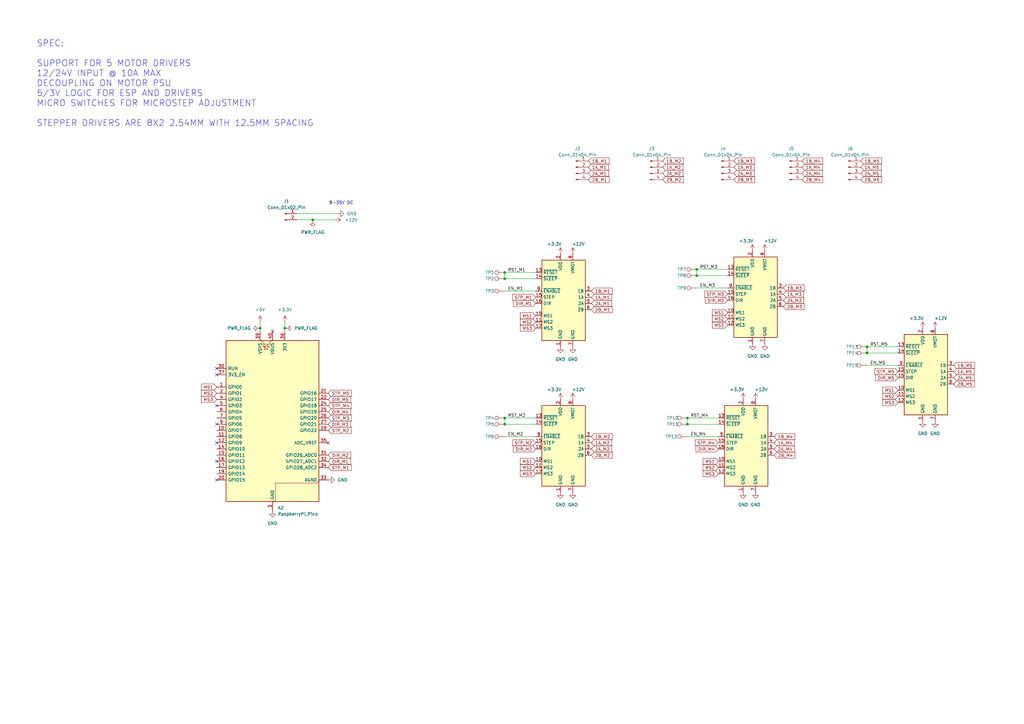
<source format=kicad_sch>
(kicad_sch (version 20250114) (generator "eeschema") (generator_version "9.0")
  (paper "A3")
  (lib_symbols
    (symbol "Connector:Conn_01x02_Pin" (pin_names (offset 1.016) (hide yes))
      (property "Reference" "J" (at 0 2.54 0))
      (property "Value" "Conn_01x02_Pin" (at 0 -5.08 0))
      (symbol "Conn_01x02_Pin_1_1"
        (rectangle (start 0.8636 0.127) (end 0 -0.127) (stroke (width 0.1524)) (fill (type outline)))
        (rectangle (start 0.8636 -2.413) (end 0 -2.667) (stroke (width 0.1524)) (fill (type outline)))
        (polyline (pts (xy 1.27 0) (xy 0.8636 0)) (stroke (width 0.1524)))
        (polyline (pts (xy 1.27 -2.54) (xy 0.8636 -2.54)) (stroke (width 0.1524)))
        (pin passive line (at 5.08 0 180) (length 3.81) (name "Pin_1") (number "1"))
        (pin passive line (at 5.08 -2.54 180) (length 3.81) (name "Pin_2") (number "2"))
      )
    )
    (symbol "Connector:Conn_01x04_Pin" (pin_names (offset 1.016) (hide yes))
      (property "Reference" "J" (at 0 5.08 0))
      (property "Value" "Conn_01x04_Pin" (at 0 -7.62 0))
      (symbol "Conn_01x04_Pin_1_1"
        (rectangle (start 0.8636 2.667) (end 0 2.413) (stroke (width 0.1524)) (fill (type outline)))
        (rectangle (start 0.8636 0.127) (end 0 -0.127) (stroke (width 0.1524)) (fill (type outline)))
        (rectangle (start 0.8636 -2.413) (end 0 -2.667) (stroke (width 0.1524)) (fill (type outline)))
        (rectangle (start 0.8636 -4.953) (end 0 -5.207) (stroke (width 0.1524)) (fill (type outline)))
        (polyline (pts (xy 1.27 2.54) (xy 0.8636 2.54)) (stroke (width 0.1524)))
        (polyline (pts (xy 1.27 0) (xy 0.8636 0)) (stroke (width 0.1524)))
        (polyline (pts (xy 1.27 -2.54) (xy 0.8636 -2.54)) (stroke (width 0.1524)))
        (polyline (pts (xy 1.27 -5.08) (xy 0.8636 -5.08)) (stroke (width 0.1524)))
        (pin passive line (at 5.08 2.54 180) (length 3.81) (name "Pin_1") (number "1"))
        (pin passive line (at 5.08 0 180) (length 3.81) (name "Pin_2") (number "2"))
        (pin passive line (at 5.08 -2.54 180) (length 3.81) (name "Pin_3") (number "3"))
        (pin passive line (at 5.08 -5.08 180) (length 3.81) (name "Pin_4") (number "4"))
      )
    )
    (symbol "Connector:TestPoint" (pin_numbers (hide yes)) (pin_names (offset 0.762) (hide yes))
      (property "Reference" "TP" (at 0 6.858 0))
      (property "Value" "TestPoint" (at 0 5.08 0))
      (symbol "TestPoint_0_1"
        (circle (center 0 3.302) (radius 0.762))
      )
      (symbol "TestPoint_1_1"
        (pin passive line (at 0 0 90) (length 2.54) (name "1") (number "1"))
      )
    )
    (symbol "Driver_Motor:Pololu_Breakout_A4988"
      (property "Reference" "A" (at -2.54 19.05 0))
      (property "Value" "Pololu_Breakout_A4988" (at -2.54 16.51 0))
      (symbol "Pololu_Breakout_A4988_0_1"
        (rectangle (start 10.16 -17.78) (end -7.62 15.24) (stroke (width 0.254)) (fill (type background)))
      )
      (symbol "Pololu_Breakout_A4988_1_1"
        (pin input line (at -10.16 10.16 0) (length 2.54) (name "~{RESET}") (number "13"))
        (pin input line (at -10.16 7.62 0) (length 2.54) (name "~{SLEEP}") (number "14"))
        (pin input line (at -10.16 2.54 0) (length 2.54) (name "~{ENABLE}") (number "9"))
        (pin input line (at -10.16 0 0) (length 2.54) (name "STEP") (number "15"))
        (pin input line (at -10.16 -2.54 0) (length 2.54) (name "DIR") (number "16"))
        (pin input line (at -10.16 -7.62 0) (length 2.54) (name "MS1") (number "10"))
        (pin input line (at -10.16 -10.16 0) (length 2.54) (name "MS2") (number "11"))
        (pin input line (at -10.16 -12.7 0) (length 2.54) (name "MS3") (number "12"))
        (pin power_in line (at 0 17.78 270) (length 2.54) (name "VDD") (number "2"))
        (pin power_in line (at 0 -20.32 90) (length 2.54) (name "GND") (number "1"))
        (pin power_in line (at 5.08 17.78 270) (length 2.54) (name "VMOT") (number "8"))
        (pin power_in line (at 5.08 -20.32 90) (length 2.54) (name "GND") (number "7"))
        (pin output line (at 12.7 2.54 180) (length 2.54) (name "1B") (number "3"))
        (pin output line (at 12.7 0 180) (length 2.54) (name "1A") (number "4"))
        (pin output line (at 12.7 -2.54 180) (length 2.54) (name "2A") (number "5"))
        (pin output line (at 12.7 -5.08 180) (length 2.54) (name "2B") (number "6"))
      )
    )
    (symbol "MCU_Module:RaspberryPi_Pico" (pin_names (offset 0.762))
      (property "Reference" "A" (at -19.05 35.56 0))
      (property "Value" "RaspberryPi_Pico" (at 7.62 35.56 0))
      (symbol "RaspberryPi_Pico_0_1"
        (rectangle (start -19.05 34.29) (end 19.05 -31.75) (stroke (width 0.254)) (fill (type background)))
        (polyline (pts (xy -5.08 34.29) (xy -3.81 33.655) (xy -3.81 31.75) (xy -3.175 31.75)))
        (polyline (pts (xy -3.429 32.766) (xy -3.429 33.02) (xy -3.175 33.02) (xy -3.175 30.48) (xy -2.921 30.48) (xy -2.921 30.734)))
        (polyline (pts (xy -3.175 31.75) (xy -1.905 33.02) (xy -1.905 30.48) (xy -3.175 31.75)))
        (polyline (pts (xy 0 34.29) (xy -1.27 33.655) (xy -1.27 31.75) (xy -1.905 31.75)))
        (polyline (pts (xy 0 -31.75) (xy 1.27 -31.115) (xy 1.27 -24.13) (xy 18.415 -24.13) (xy 19.05 -22.86)))
      )
      (symbol "RaspberryPi_Pico_1_1"
        (pin passive line (at -22.86 22.86 0) (length 3.81) (name "RUN") (number "30"))
        (pin passive line (at -22.86 20.32 0) (length 3.81) (name "3V3_EN") (number "37"))
        (pin bidirectional line (at -22.86 15.24 0) (length 3.81) (name "GPIO0") (number "1"))
        (pin bidirectional line (at -22.86 12.7 0) (length 3.81) (name "GPIO1") (number "2"))
        (pin bidirectional line (at -22.86 10.16 0) (length 3.81) (name "GPIO2") (number "4"))
        (pin bidirectional line (at -22.86 7.62 0) (length 3.81) (name "GPIO3") (number "5"))
        (pin bidirectional line (at -22.86 5.08 0) (length 3.81) (name "GPIO4") (number "6"))
        (pin bidirectional line (at -22.86 2.54 0) (length 3.81) (name "GPIO5") (number "7"))
        (pin bidirectional line (at -22.86 0 0) (length 3.81) (name "GPIO6") (number "9"))
        (pin bidirectional line (at -22.86 -2.54 0) (length 3.81) (name "GPIO7") (number "10"))
        (pin bidirectional line (at -22.86 -5.08 0) (length 3.81) (name "GPIO8") (number "11"))
        (pin bidirectional line (at -22.86 -7.62 0) (length 3.81) (name "GPIO9") (number "12"))
        (pin bidirectional line (at -22.86 -10.16 0) (length 3.81) (name "GPIO10") (number "14"))
        (pin bidirectional line (at -22.86 -12.7 0) (length 3.81) (name "GPIO11") (number "15"))
        (pin bidirectional line (at -22.86 -15.24 0) (length 3.81) (name "GPIO12") (number "16"))
        (pin bidirectional line (at -22.86 -17.78 0) (length 3.81) (name "GPIO13") (number "17"))
        (pin bidirectional line (at -22.86 -20.32 0) (length 3.81) (name "GPIO14") (number "19"))
        (pin bidirectional line (at -22.86 -22.86 0) (length 3.81) (name "GPIO15") (number "20"))
        (pin power_in line (at -5.08 38.1 270) (length 3.81) (name "VSYS") (number "39"))
        (pin power_out line (at 0 38.1 270) (length 3.81) (name "VBUS") (number "40"))
        (pin passive line (at 0 -35.56 90) (length 3.81) (hide yes) (name "GND") (number "13"))
        (pin passive line (at 0 -35.56 90) (length 3.81) (hide yes) (name "GND") (number "18"))
        (pin passive line (at 0 -35.56 90) (length 3.81) (hide yes) (name "GND") (number "23"))
        (pin passive line (at 0 -35.56 90) (length 3.81) (hide yes) (name "GND") (number "28"))
        (pin power_out line (at 0 -35.56 90) (length 3.81) (name "GND") (number "3"))
        (pin passive line (at 0 -35.56 90) (length 3.81) (hide yes) (name "GND") (number "38"))
        (pin passive line (at 0 -35.56 90) (length 3.81) (hide yes) (name "GND") (number "8"))
        (pin power_out line (at 5.08 38.1 270) (length 3.81) (name "3V3") (number "36"))
        (pin bidirectional line (at 22.86 12.7 180) (length 3.81) (name "GPIO16") (number "21"))
        (pin bidirectional line (at 22.86 10.16 180) (length 3.81) (name "GPIO17") (number "22"))
        (pin bidirectional line (at 22.86 7.62 180) (length 3.81) (name "GPIO18") (number "24"))
        (pin bidirectional line (at 22.86 5.08 180) (length 3.81) (name "GPIO19") (number "25"))
        (pin bidirectional line (at 22.86 2.54 180) (length 3.81) (name "GPIO20") (number "26"))
        (pin bidirectional line (at 22.86 0 180) (length 3.81) (name "GPIO21") (number "27"))
        (pin bidirectional line (at 22.86 -2.54 180) (length 3.81) (name "GPIO22") (number "29"))
        (pin power_in line (at 22.86 -7.62 180) (length 3.81) (name "ADC_VREF") (number "35"))
        (pin bidirectional line (at 22.86 -12.7 180) (length 3.81) (name "GPIO26_ADC0") (number "31"))
        (pin bidirectional line (at 22.86 -15.24 180) (length 3.81) (name "GPIO27_ADC1") (number "32"))
        (pin bidirectional line (at 22.86 -17.78 180) (length 3.81) (name "GPIO28_ADC2") (number "34"))
        (pin power_out line (at 22.86 -22.86 180) (length 3.81) (name "AGND") (number "33"))
      )
    )
    (symbol "power:+12V" (power) (pin_numbers (hide yes)) (pin_names (offset 0) (hide yes))
      (property "Value" "+12V" (at 0 3.556 0))
      (symbol "+12V_0_1"
        (polyline (pts (xy -0.762 1.27) (xy 0 2.54)))
        (polyline (pts (xy 0 2.54) (xy 0.762 1.27)))
        (polyline (pts (xy 0 0) (xy 0 2.54)))
      )
      (symbol "+12V_1_1"
        (pin power_in line (at 0 0 90) (length 0) (name "~") (number "1"))
      )
    )
    (symbol "power:+3.3V" (power) (pin_numbers (hide yes)) (pin_names (offset 0) (hide yes))
      (property "Value" "+3.3V" (at 0 3.556 0))
      (symbol "+3.3V_0_1"
        (polyline (pts (xy -0.762 1.27) (xy 0 2.54)))
        (polyline (pts (xy 0 2.54) (xy 0.762 1.27)))
        (polyline (pts (xy 0 0) (xy 0 2.54)))
      )
      (symbol "+3.3V_1_1"
        (pin power_in line (at 0 0 90) (length 0) (name "~") (number "1"))
      )
    )
    (symbol "power:+5V" (power) (pin_numbers (hide yes)) (pin_names (offset 0) (hide yes))
      (property "Value" "+5V" (at 0 3.556 0))
      (symbol "+5V_0_1"
        (polyline (pts (xy -0.762 1.27) (xy 0 2.54)))
        (polyline (pts (xy 0 2.54) (xy 0.762 1.27)))
        (polyline (pts (xy 0 0) (xy 0 2.54)))
      )
      (symbol "+5V_1_1"
        (pin power_in line (at 0 0 90) (length 0) (name "~") (number "1"))
      )
    )
    (symbol "power:GND" (power) (pin_numbers (hide yes)) (pin_names (offset 0) (hide yes))
      (property "Value" "GND" (at 0 -3.81 0))
      (symbol "GND_0_1"
        (polyline (pts (xy 0 0) (xy 0 -1.27) (xy 1.27 -1.27) (xy 0 -2.54) (xy -1.27 -1.27) (xy 0 -1.27)))
      )
      (symbol "GND_1_1"
        (pin power_in line (at 0 0 270) (length 0) (name "~") (number "1"))
      )
    )
    (symbol "power:PWR_FLAG" (power) (pin_numbers (hide yes)) (pin_names (offset 0) (hide yes))
      (property "Value" "PWR_FLAG" (at 0 3.81 0))
      (symbol "PWR_FLAG_0_0"
        (pin power_out line (at 0 0 90) (length 0) (name "~") (number "1"))
      )
      (symbol "PWR_FLAG_0_1"
        (polyline (pts (xy 0 0) (xy 0 1.27) (xy -1.016 1.905) (xy 0 2.54) (xy 1.016 1.905) (xy 0 1.27)))
      )
    )
  )
  (text "8-35V DC" (at 139.954 83.312 0) (effects (font (size 1.27 1.27))))
  (text "SPEC:\n\nSUPPORT FOR 5 MOTOR DRIVERS\n12/24V INPUT @ 10A MAX\nDECOUPLING ON MOTOR PSU\n5/3V LOGIC FOR ESP AND DRIVERS\nMICRO SWITCHES FOR MICROSTEP ADJUSTMENT\n\nSTEPPER DRIVERS ARE 8X2 2.54MM WITH 12.5MM SPACING\n" (at 14.986 34.29 0) (effects (font (size 2.54 2.54)) (justify left)))
  (junction (at 128.27 90.17))
  (junction (at 207.01 171.45))
  (junction (at 281.94 171.45))
  (junction (at 355.6 144.78))
  (junction (at 207.01 173.99))
  (junction (at 285.75 113.03))
  (junction (at 207.01 114.3))
  (junction (at 106.68 134.62))
  (junction (at 207.01 111.76))
  (junction (at 116.84 134.62))
  (junction (at 281.94 173.99))
  (junction (at 355.6 142.24))
  (junction (at 285.75 110.49))
  (no_connect (at 134.62 181.61))
  (no_connect (at 88.9 151.13))
  (no_connect (at 88.9 181.61))
  (no_connect (at 88.9 173.99))
  (no_connect (at 88.9 196.85))
  (no_connect (at 111.76 135.89))
  (no_connect (at 88.9 153.67))
  (no_connect (at 88.9 166.37))
  (no_connect (at 88.9 189.23))
  (wire (pts (xy 207.01 119.38) (xy 219.71 119.38)))
  (wire (pts (xy 207.01 171.45) (xy 219.71 171.45)))
  (wire (pts (xy 106.68 134.62) (xy 106.68 135.89)))
  (wire (pts (xy 355.6 142.24) (xy 368.3 142.24)))
  (wire (pts (xy 281.94 173.99) (xy 294.64 173.99)))
  (wire (pts (xy 207.01 179.07) (xy 219.71 179.07)))
  (wire (pts (xy 116.84 132.08) (xy 116.84 134.62)))
  (wire (pts (xy 285.75 113.03) (xy 298.45 113.03)))
  (wire (pts (xy 116.84 134.62) (xy 116.84 135.89)))
  (wire (pts (xy 121.92 87.63) (xy 138.43 87.63)))
  (wire (pts (xy 355.6 149.86) (xy 368.3 149.86)))
  (wire (pts (xy 207.01 171.45) (xy 207.01 173.99)))
  (wire (pts (xy 285.75 110.49) (xy 298.45 110.49)))
  (wire (pts (xy 121.92 90.17) (xy 128.27 90.17)))
  (wire (pts (xy 281.94 171.45) (xy 294.64 171.45)))
  (wire (pts (xy 207.01 114.3) (xy 219.71 114.3)))
  (wire (pts (xy 207.01 111.76) (xy 219.71 111.76)))
  (wire (pts (xy 134.62 174.2384) (xy 134.62 173.99)))
  (wire (pts (xy 281.94 171.45) (xy 281.94 173.99)))
  (wire (pts (xy 106.68 132.08) (xy 106.68 134.62)))
  (wire (pts (xy 207.01 173.99) (xy 219.71 173.99)))
  (wire (pts (xy 128.27 90.17) (xy 137.16 90.17)))
  (wire (pts (xy 281.94 179.07) (xy 294.64 179.07)))
  (wire (pts (xy 355.6 142.24) (xy 355.6 144.78)))
  (wire (pts (xy 285.75 118.11) (xy 298.45 118.11)))
  (wire (pts (xy 285.75 110.49) (xy 285.75 113.03)))
  (wire (pts (xy 207.01 111.76) (xy 207.01 114.3)))
  (wire (pts (xy 355.6 144.78) (xy 368.3 144.78)))
  (label "EN_M1" (at 208.28 119.38 0))
  (label "EN_M5" (at 356.87 149.86 0))
  (label "RST_M4" (at 283.21 171.45 0))
  (label "RST_M3" (at 287.02 110.49 0))
  (label "EN_M4" (at 283.21 179.07 0))
  (label "EN_M2" (at 208.28 179.07 0))
  (label "RST_M1" (at 208.28 111.76 0))
  (label "EN_M3" (at 287.02 118.11 0))
  (label "RST_M2" (at 208.28 171.45 0))
  (label "RST_M5" (at 356.87 142.24 0))
  (global_label "MS3" (shape input) (at 368.3 165.1 180) (property "Intersheetrefs" "${INTERSHEET_REFS}" (effects (hide yes))))
  (global_label "1B_M5" (shape input) (at 391.16 149.86 0) (property "Intersheetrefs" "${INTERSHEET_REFS}" (effects (hide yes))))
  (global_label "MS1" (shape input) (at 368.3 160.02 180) (property "Intersheetrefs" "${INTERSHEET_REFS}" (effects (hide yes))))
  (global_label "1A_M2" (shape input) (at 271.78 68.58 0) (property "Intersheetrefs" "${INTERSHEET_REFS}" (effects (hide yes))))
  (global_label "MS1" (shape input) (at 88.9 158.75 180) (property "Intersheetrefs" "${INTERSHEET_REFS}" (effects (hide yes))))
  (global_label "2A_M5" (shape input) (at 391.16 154.94 0) (property "Intersheetrefs" "${INTERSHEET_REFS}" (effects (hide yes))))
  (global_label "STP_M2" (shape input) (at 134.62 176.53 0) (property "Intersheetrefs" "${INTERSHEET_REFS}" (effects (hide yes))))
  (global_label "1B_M1" (shape input) (at 242.57 119.38 0) (property "Intersheetrefs" "${INTERSHEET_REFS}" (effects (hide yes))))
  (global_label "2B_M3" (shape input) (at 321.31 125.73 0) (property "Intersheetrefs" "${INTERSHEET_REFS}" (effects (hide yes))))
  (global_label "2A_M1" (shape input) (at 241.3 71.12 0) (property "Intersheetrefs" "${INTERSHEET_REFS}" (effects (hide yes))))
  (global_label "STP_M4" (shape input) (at 294.64 181.61 180) (property "Intersheetrefs" "${INTERSHEET_REFS}" (effects (hide yes))))
  (global_label "MS2" (shape input) (at 368.3 162.56 180) (property "Intersheetrefs" "${INTERSHEET_REFS}" (effects (hide yes))))
  (global_label "MS1" (shape input) (at 298.45 128.27 180) (property "Intersheetrefs" "${INTERSHEET_REFS}" (effects (hide yes))))
  (global_label "1A_M1" (shape input) (at 242.57 121.92 0) (property "Intersheetrefs" "${INTERSHEET_REFS}" (effects (hide yes))))
  (global_label "2B_M4" (shape input) (at 317.5 186.69 0) (property "Intersheetrefs" "${INTERSHEET_REFS}" (effects (hide yes))))
  (global_label "2B_M3" (shape input) (at 300.99 73.66 0) (property "Intersheetrefs" "${INTERSHEET_REFS}" (effects (hide yes))))
  (global_label "STP_M3" (shape input) (at 298.45 120.65 180) (property "Intersheetrefs" "${INTERSHEET_REFS}" (effects (hide yes))))
  (global_label "2B_M5" (shape input) (at 353.06 73.66 0) (property "Intersheetrefs" "${INTERSHEET_REFS}" (effects (hide yes))))
  (global_label "1B_M4" (shape input) (at 328.93 66.04 0) (property "Intersheetrefs" "${INTERSHEET_REFS}" (effects (hide yes))))
  (global_label "DIR_M3" (shape input) (at 298.45 123.19 180) (property "Intersheetrefs" "${INTERSHEET_REFS}" (effects (hide yes))))
  (global_label "STP_M1" (shape input) (at 219.71 121.92 180) (property "Intersheetrefs" "${INTERSHEET_REFS}" (effects (hide yes))))
  (global_label "1A_M1" (shape input) (at 241.3 68.58 0) (property "Intersheetrefs" "${INTERSHEET_REFS}" (effects (hide yes))))
  (global_label "STP_M5" (shape input) (at 134.62 161.29 0) (property "Intersheetrefs" "${INTERSHEET_REFS}" (effects (hide yes))))
  (global_label "MS3" (shape input) (at 298.45 133.35 180) (property "Intersheetrefs" "${INTERSHEET_REFS}" (effects (hide yes))))
  (global_label "STP_M5" (shape input) (at 368.3 152.4 180) (property "Intersheetrefs" "${INTERSHEET_REFS}" (effects (hide yes))))
  (global_label "STP_M3" (shape input) (at 134.62 171.45 0) (property "Intersheetrefs" "${INTERSHEET_REFS}" (effects (hide yes))))
  (global_label "1B_M4" (shape input) (at 317.5 179.07 0) (property "Intersheetrefs" "${INTERSHEET_REFS}" (effects (hide yes))))
  (global_label "DIR_M4" (shape input) (at 294.64 184.15 180) (property "Intersheetrefs" "${INTERSHEET_REFS}" (effects (hide yes))))
  (global_label "1A_M4" (shape input) (at 317.5 181.61 0) (property "Intersheetrefs" "${INTERSHEET_REFS}" (effects (hide yes))))
  (global_label "DIR_M5" (shape input) (at 134.62 163.83 0) (property "Intersheetrefs" "${INTERSHEET_REFS}" (effects (hide yes))))
  (global_label "2A_M3" (shape input) (at 300.99 71.12 0) (property "Intersheetrefs" "${INTERSHEET_REFS}" (effects (hide yes))))
  (global_label "MS1" (shape input) (at 219.71 129.54 180) (property "Intersheetrefs" "${INTERSHEET_REFS}" (effects (hide yes))))
  (global_label "2A_M2" (shape input) (at 271.78 71.12 0) (property "Intersheetrefs" "${INTERSHEET_REFS}" (effects (hide yes))))
  (global_label "DIR_M2" (shape input) (at 134.62 186.69 0) (property "Intersheetrefs" "${INTERSHEET_REFS}" (effects (hide yes))))
  (global_label "2B_M1" (shape input) (at 241.3 73.66 0) (property "Intersheetrefs" "${INTERSHEET_REFS}" (effects (hide yes))))
  (global_label "2B_M2" (shape input) (at 271.78 73.66 0) (property "Intersheetrefs" "${INTERSHEET_REFS}" (effects (hide yes))))
  (global_label "MS2" (shape input) (at 219.71 132.08 180) (property "Intersheetrefs" "${INTERSHEET_REFS}" (effects (hide yes))))
  (global_label "2B_M4" (shape input) (at 328.93 73.66 0) (property "Intersheetrefs" "${INTERSHEET_REFS}" (effects (hide yes))))
  (global_label "1B_M5" (shape input) (at 353.06 66.04 0) (property "Intersheetrefs" "${INTERSHEET_REFS}" (effects (hide yes))))
  (global_label "DIR_M5" (shape input) (at 368.3 154.94 180) (property "Intersheetrefs" "${INTERSHEET_REFS}" (effects (hide yes))))
  (global_label "1B_M2" (shape input) (at 242.57 179.07 0) (property "Intersheetrefs" "${INTERSHEET_REFS}" (effects (hide yes))))
  (global_label "1A_M3" (shape input) (at 300.99 68.58 0) (property "Intersheetrefs" "${INTERSHEET_REFS}" (effects (hide yes))))
  (global_label "MS3" (shape input) (at 294.64 194.31 180) (property "Intersheetrefs" "${INTERSHEET_REFS}" (effects (hide yes))))
  (global_label "2A_M2" (shape input) (at 242.57 184.15 0) (property "Intersheetrefs" "${INTERSHEET_REFS}" (effects (hide yes))))
  (global_label "2A_M5" (shape input) (at 353.06 71.12 0) (property "Intersheetrefs" "${INTERSHEET_REFS}" (effects (hide yes))))
  (global_label "1A_M5" (shape input) (at 353.06 68.58 0) (property "Intersheetrefs" "${INTERSHEET_REFS}" (effects (hide yes))))
  (global_label "2A_M4" (shape input) (at 317.5 184.15 0) (property "Intersheetrefs" "${INTERSHEET_REFS}" (effects (hide yes))))
  (global_label "1A_M4" (shape input) (at 328.93 68.58 0) (property "Intersheetrefs" "${INTERSHEET_REFS}" (effects (hide yes))))
  (global_label "DIR_M3" (shape input) (at 134.62 173.99 0) (property "Intersheetrefs" "${INTERSHEET_REFS}" (effects (hide yes))))
  (global_label "2A_M4" (shape input) (at 328.93 71.12 0) (property "Intersheetrefs" "${INTERSHEET_REFS}" (effects (hide yes))))
  (global_label "MS2" (shape input) (at 298.45 130.81 180) (property "Intersheetrefs" "${INTERSHEET_REFS}" (effects (hide yes))))
  (global_label "MS1" (shape input) (at 219.71 189.23 180) (property "Intersheetrefs" "${INTERSHEET_REFS}" (effects (hide yes))))
  (global_label "STP_M1" (shape input) (at 134.62 191.77 0) (property "Intersheetrefs" "${INTERSHEET_REFS}" (effects (hide yes))))
  (global_label "1A_M3" (shape input) (at 321.31 120.65 0) (property "Intersheetrefs" "${INTERSHEET_REFS}" (effects (hide yes))))
  (global_label "STP_M4" (shape input) (at 134.62 166.37 0) (property "Intersheetrefs" "${INTERSHEET_REFS}" (effects (hide yes))))
  (global_label "DIR_M1" (shape input) (at 134.62 189.23 0) (property "Intersheetrefs" "${INTERSHEET_REFS}" (effects (hide yes))))
  (global_label "1A_M2" (shape input) (at 242.57 181.61 0) (property "Intersheetrefs" "${INTERSHEET_REFS}" (effects (hide yes))))
  (global_label "DIR_M4" (shape input) (at 134.62 168.91 0) (property "Intersheetrefs" "${INTERSHEET_REFS}" (effects (hide yes))))
  (global_label "2B_M1" (shape input) (at 242.57 127 0) (property "Intersheetrefs" "${INTERSHEET_REFS}" (effects (hide yes))))
  (global_label "MS3" (shape input) (at 88.9 163.83 180) (property "Intersheetrefs" "${INTERSHEET_REFS}" (effects (hide yes))))
  (global_label "MS2" (shape input) (at 294.64 191.77 180) (property "Intersheetrefs" "${INTERSHEET_REFS}" (effects (hide yes))))
  (global_label "MS3" (shape input) (at 219.71 134.62 180) (property "Intersheetrefs" "${INTERSHEET_REFS}" (effects (hide yes))))
  (global_label "1A_M5" (shape input) (at 391.16 152.4 0) (property "Intersheetrefs" "${INTERSHEET_REFS}" (effects (hide yes))))
  (global_label "DIR_M2" (shape input) (at 219.71 184.15 180) (property "Intersheetrefs" "${INTERSHEET_REFS}" (effects (hide yes))))
  (global_label "MS2" (shape input) (at 219.71 191.77 180) (property "Intersheetrefs" "${INTERSHEET_REFS}" (effects (hide yes))))
  (global_label "MS2" (shape input) (at 88.9 161.29 180) (property "Intersheetrefs" "${INTERSHEET_REFS}" (effects (hide yes))))
  (global_label "1B_M1" (shape input) (at 241.3 66.04 0) (property "Intersheetrefs" "${INTERSHEET_REFS}" (effects (hide yes))))
  (global_label "1B_M3" (shape input) (at 321.31 118.11 0) (property "Intersheetrefs" "${INTERSHEET_REFS}" (effects (hide yes))))
  (global_label "MS1" (shape input) (at 294.64 189.23 180) (property "Intersheetrefs" "${INTERSHEET_REFS}" (effects (hide yes))))
  (global_label "2B_M5" (shape input) (at 391.16 157.48 0) (property "Intersheetrefs" "${INTERSHEET_REFS}" (effects (hide yes))))
  (global_label "1B_M3" (shape input) (at 300.99 66.04 0) (property "Intersheetrefs" "${INTERSHEET_REFS}" (effects (hide yes))))
  (global_label "DIR_M1" (shape input) (at 219.71 124.46 180) (property "Intersheetrefs" "${INTERSHEET_REFS}" (effects (hide yes))))
  (global_label "MS3" (shape input) (at 219.71 194.31 180) (property "Intersheetrefs" "${INTERSHEET_REFS}" (effects (hide yes))))
  (global_label "STP_M2" (shape input) (at 219.71 181.61 180) (property "Intersheetrefs" "${INTERSHEET_REFS}" (effects (hide yes))))
  (global_label "2A_M3" (shape input) (at 321.31 123.19 0) (property "Intersheetrefs" "${INTERSHEET_REFS}" (effects (hide yes))))
  (global_label "1B_M2" (shape input) (at 271.78 66.04 0) (property "Intersheetrefs" "${INTERSHEET_REFS}" (effects (hide yes))))
  (global_label "2B_M2" (shape input) (at 242.57 186.69 0) (property "Intersheetrefs" "${INTERSHEET_REFS}" (effects (hide yes))))
  (global_label "2A_M1" (shape input) (at 242.57 124.46 0) (property "Intersheetrefs" "${INTERSHEET_REFS}" (effects (hide yes))))
  (symbol (lib_id "power:+3.3V") (at 304.8 163.83 0) (unit 1)
    (property "Reference" "#PWR017" (effects (hide yes)))
    (property "Value" "+3.3V" (at 302.26 159.766 0))
    (property "Description" "Power symbol creates a global label with name \"+3.3V\"" (effects (hide yes)))
  )
  (symbol (lib_id "Connector:TestPoint") (at 285.75 110.49 90) (unit 1)
    (property "Reference" "TP7" (at 279.654 110.49 90))
    (property "Value" "TestPoint" (effects (hide yes)))
    (property "Footprint" "TestPoint:TestPoint_Pad_2.5x2.5mm" (effects (hide yes)))
    (property "Description" "test point" (effects (hide yes)))
  )
  (symbol (lib_id "power:PWR_FLAG") (at 106.68 134.62 90) (unit 1)
    (property "Reference" "#FLG02" (effects (hide yes)))
    (property "Value" "PWR_FLAG" (at 102.87 134.6199 90) (effects (justify left)))
    (property "Description" "Special symbol for telling ERC where power comes from" (effects (hide yes)))
  )
  (symbol (lib_id "Driver_Motor:Pololu_Breakout_A4988") (at 308.61 120.65 0) (unit 1)
    (property "Reference" "A4" (effects (hide yes)))
    (property "Value" "Pololu_Breakout_A4988" (effects (hide yes)))
    (property "Footprint" "Module:Pololu_Breakout-16_15.2x20.3mm" (effects (hide yes)))
    (property "Datasheet" "https://www.pololu.com/product/2980/pictures" (effects (hide yes)))
    (property "Description" "Pololu Breakout Board, Stepper Driver A4988" (effects (hide yes)))
  )
  (symbol (lib_id "Connector:TestPoint") (at 285.75 118.11 90) (unit 1)
    (property "Reference" "TP9" (at 279.654 118.11 90))
    (property "Value" "TestPoint" (effects (hide yes)))
    (property "Footprint" "TestPoint:TestPoint_Pad_2.5x2.5mm" (effects (hide yes)))
    (property "Description" "test point" (effects (hide yes)))
  )
  (symbol (lib_id "power:+3.3V") (at 116.84 132.08 0) (unit 1)
    (property "Reference" "#PWR03" (effects (hide yes)))
    (property "Value" "+3.3V" (at 116.84 127 0))
    (property "Description" "Power symbol creates a global label with name \"+3.3V\"" (effects (hide yes)))
  )
  (symbol (lib_id "Connector:TestPoint") (at 207.01 171.45 90) (unit 1)
    (property "Reference" "TP4" (at 200.914 171.45 90))
    (property "Value" "TestPoint" (effects (hide yes)))
    (property "Footprint" "TestPoint:TestPoint_Pad_2.5x2.5mm" (effects (hide yes)))
    (property "Description" "test point" (effects (hide yes)))
  )
  (symbol (lib_id "MCU_Module:RaspberryPi_Pico") (at 111.76 173.99 0) (unit 1)
    (property "Reference" "A2" (at 113.9033 208.28 0) (effects (justify left)))
    (property "Value" "RaspberryPi_Pico" (at 113.9033 210.82 0) (effects (justify left)))
    (property "Footprint" "Module:RaspberryPi_Pico_Common_THT" (effects (hide yes)))
    (property "Datasheet" "https://datasheets.raspberrypi.com/pico/pico-datasheet.pdf" (effects (hide yes)))
    (property "Description" "Versatile and inexpensive microcontroller module powered by RP2040 dual-core Arm Cortex-M0+ processor up to 133 MHz, 264kB SRAM, 2MB QSPI flash; also supports Raspberry Pi Pico 2" (effects (hide yes)))
  )
  (symbol (lib_id "power:+12V") (at 137.16 90.17 270) (unit 1)
    (property "Reference" "#PWR025" (effects (hide yes)))
    (property "Value" "+12V" (at 144.018 90.17 90))
    (property "Description" "Power symbol creates a global label with name \"+12V\"" (effects (hide yes)))
  )
  (symbol (lib_id "power:+12V") (at 234.95 163.83 0) (unit 1)
    (property "Reference" "#PWR04" (effects (hide yes)))
    (property "Value" "+12V" (at 237.236 159.766 0))
    (property "Description" "Power symbol creates a global label with name \"+12V\"" (effects (hide yes)))
  )
  (symbol (lib_id "power:+3.3V") (at 229.87 163.83 0) (unit 1)
    (property "Reference" "#PWR012" (effects (hide yes)))
    (property "Value" "+3.3V" (at 227.33 159.766 0))
    (property "Description" "Power symbol creates a global label with name \"+3.3V\"" (effects (hide yes)))
  )
  (symbol (lib_id "power:GND") (at 378.46 172.72 0) (unit 1)
    (property "Reference" "#PWR022" (effects (hide yes)))
    (property "Value" "GND" (at 378.46 177.8 0))
    (property "Description" "Power symbol creates a global label with name \"GND\" , ground" (effects (hide yes)))
  )
  (symbol (lib_id "power:GND") (at 234.95 142.24 0) (unit 1)
    (property "Reference" "#PWR08" (effects (hide yes)))
    (property "Value" "GND" (at 234.95 147.32 0))
    (property "Description" "Power symbol creates a global label with name \"GND\" , ground" (effects (hide yes)))
  )
  (symbol (lib_id "power:GND") (at 138.43 87.63 90) (unit 1)
    (property "Reference" "#PWR026" (effects (hide yes)))
    (property "Value" "GND" (at 142.24 87.6299 90) (effects (justify right)))
    (property "Description" "Power symbol creates a global label with name \"GND\" , ground" (effects (hide yes)))
  )
  (symbol (lib_id "power:GND") (at 111.76 209.55 0) (unit 1)
    (property "Reference" "#PWR05" (effects (hide yes)))
    (property "Value" "GND" (at 111.76 214.63 0))
    (property "Description" "Power symbol creates a global label with name \"GND\" , ground" (effects (hide yes)))
  )
  (symbol (lib_id "power:+3.3V") (at 229.87 104.14 0) (unit 1)
    (property "Reference" "#PWR011" (effects (hide yes)))
    (property "Value" "+3.3V" (at 227.33 100.076 0))
    (property "Description" "Power symbol creates a global label with name \"+3.3V\"" (effects (hide yes)))
  )
  (symbol (lib_id "power:+12V") (at 313.69 102.87 0) (unit 1)
    (property "Reference" "#PWR015" (effects (hide yes)))
    (property "Value" "+12V" (at 315.976 98.806 0))
    (property "Description" "Power symbol creates a global label with name \"+12V\"" (effects (hide yes)))
  )
  (symbol (lib_id "power:GND") (at 383.54 172.72 0) (unit 1)
    (property "Reference" "#PWR024" (effects (hide yes)))
    (property "Value" "GND" (at 383.54 177.8 0))
    (property "Description" "Power symbol creates a global label with name \"GND\" , ground" (effects (hide yes)))
  )
  (symbol (lib_id "Connector:TestPoint") (at 285.75 113.03 90) (unit 1)
    (property "Reference" "TP8" (at 279.654 113.03 90))
    (property "Value" "TestPoint" (effects (hide yes)))
    (property "Footprint" "TestPoint:TestPoint_Pad_2.5x2.5mm" (effects (hide yes)))
    (property "Description" "test point" (effects (hide yes)))
  )
  (symbol (lib_id "power:+12V") (at 383.54 134.62 0) (unit 1)
    (property "Reference" "#PWR023" (effects (hide yes)))
    (property "Value" "+12V" (at 385.826 130.556 0))
    (property "Description" "Power symbol creates a global label with name \"+12V\"" (effects (hide yes)))
  )
  (symbol (lib_id "Connector:TestPoint") (at 207.01 114.3 90) (unit 1)
    (property "Reference" "TP2" (at 200.914 114.3 90))
    (property "Value" "TestPoint" (effects (hide yes)))
    (property "Footprint" "TestPoint:TestPoint_Pad_2.5x2.5mm" (effects (hide yes)))
    (property "Description" "test point" (effects (hide yes)))
  )
  (symbol (lib_id "Driver_Motor:Pololu_Breakout_A4988") (at 378.46 152.4 0) (unit 1)
    (property "Reference" "A6" (effects (hide yes)))
    (property "Value" "Pololu_Breakout_A4988" (effects (hide yes)))
    (property "Footprint" "Module:Pololu_Breakout-16_15.2x20.3mm" (effects (hide yes)))
    (property "Datasheet" "https://www.pololu.com/product/2980/pictures" (effects (hide yes)))
    (property "Description" "Pololu Breakout Board, Stepper Driver A4988" (effects (hide yes)))
  )
  (symbol (lib_id "Connector:TestPoint") (at 281.94 179.07 90) (unit 1)
    (property "Reference" "TP12" (at 275.336 179.07 90))
    (property "Value" "TestPoint" (effects (hide yes)))
    (property "Footprint" "TestPoint:TestPoint_Pad_2.5x2.5mm" (effects (hide yes)))
    (property "Description" "test point" (effects (hide yes)))
  )
  (symbol (lib_id "power:GND") (at 308.61 140.97 0) (unit 1)
    (property "Reference" "#PWR014" (effects (hide yes)))
    (property "Value" "GND" (at 308.61 146.05 0))
    (property "Description" "Power symbol creates a global label with name \"GND\" , ground" (effects (hide yes)))
  )
  (symbol (lib_id "power:PWR_FLAG") (at 116.84 134.62 270) (unit 1)
    (property "Reference" "#FLG01" (effects (hide yes)))
    (property "Value" "PWR_FLAG" (at 120.65 134.6199 90) (effects (justify left)))
    (property "Description" "Special symbol for telling ERC where power comes from" (effects (hide yes)))
  )
  (symbol (lib_id "Connector:TestPoint") (at 355.6 149.86 90) (unit 1)
    (property "Reference" "TP15" (at 349.504 149.86 90))
    (property "Value" "TestPoint" (effects (hide yes)))
    (property "Footprint" "TestPoint:TestPoint_Pad_2.5x2.5mm" (effects (hide yes)))
    (property "Description" "test point" (effects (hide yes)))
  )
  (symbol (lib_id "Connector:TestPoint") (at 281.94 171.45 90) (unit 1)
    (property "Reference" "TP10" (at 275.844 171.45 90))
    (property "Value" "TestPoint" (effects (hide yes)))
    (property "Footprint" "TestPoint:TestPoint_Pad_2.5x2.5mm" (effects (hide yes)))
    (property "Description" "test point" (effects (hide yes)))
  )
  (symbol (lib_id "Connector:TestPoint") (at 355.6 144.78 90) (unit 1)
    (property "Reference" "TP14" (at 349.504 144.78 90))
    (property "Value" "TestPoint" (effects (hide yes)))
    (property "Footprint" "TestPoint:TestPoint_Pad_2.5x2.5mm" (effects (hide yes)))
    (property "Description" "test point" (effects (hide yes)))
  )
  (symbol (lib_id "power:GND") (at 304.8 201.93 0) (unit 1)
    (property "Reference" "#PWR018" (effects (hide yes)))
    (property "Value" "GND" (at 304.8 207.01 0))
    (property "Description" "Power symbol creates a global label with name \"GND\" , ground" (effects (hide yes)))
  )
  (symbol (lib_id "Connector:TestPoint") (at 355.6 142.24 90) (unit 1)
    (property "Reference" "TP13" (at 349.504 142.24 90))
    (property "Value" "TestPoint" (effects (hide yes)))
    (property "Footprint" "TestPoint:TestPoint_Pad_2.5x2.5mm" (effects (hide yes)))
    (property "Description" "test point" (effects (hide yes)))
  )
  (symbol (lib_id "Connector:Conn_01x04_Pin") (at 295.91 68.58 0) (unit 1)
    (property "Reference" "J4" (at 296.545 60.96 0))
    (property "Value" "Conn_01x04_Pin" (at 296.545 63.5 0))
    (property "Footprint" "Connector_PinHeader_2.54mm:PinHeader_1x04_P2.54mm_Vertical" (effects (hide yes)))
    (property "Description" "Generic connector, single row, 01x04, script generated" (effects (hide yes)))
  )
  (symbol (lib_id "Connector:TestPoint") (at 207.01 111.76 90) (unit 1)
    (property "Reference" "TP1" (at 200.914 111.76 90))
    (property "Value" "TestPoint" (effects (hide yes)))
    (property "Footprint" "TestPoint:TestPoint_Pad_2.5x2.5mm" (effects (hide yes)))
    (property "Description" "test point" (effects (hide yes)))
  )
  (symbol (lib_id "Connector:Conn_01x04_Pin") (at 347.98 68.58 0) (unit 1)
    (property "Reference" "J6" (at 348.615 60.96 0))
    (property "Value" "Conn_01x04_Pin" (at 348.615 63.5 0))
    (property "Footprint" "Connector_PinHeader_2.54mm:PinHeader_1x04_P2.54mm_Vertical" (effects (hide yes)))
    (property "Description" "Generic connector, single row, 01x04, script generated" (effects (hide yes)))
  )
  (symbol (lib_id "power:PWR_FLAG") (at 128.27 90.17 180) (unit 1)
    (property "Reference" "#FLG03" (effects (hide yes)))
    (property "Value" "PWR_FLAG" (at 128.27 95.25 0))
    (property "Description" "Special symbol for telling ERC where power comes from" (effects (hide yes)))
  )
  (symbol (lib_id "power:+12V") (at 309.88 163.83 0) (unit 1)
    (property "Reference" "#PWR019" (effects (hide yes)))
    (property "Value" "+12V" (at 312.166 159.766 0))
    (property "Description" "Power symbol creates a global label with name \"+12V\"" (effects (hide yes)))
  )
  (symbol (lib_id "power:+3.3V") (at 308.61 102.87 0) (unit 1)
    (property "Reference" "#PWR013" (effects (hide yes)))
    (property "Value" "+3.3V" (at 306.07 98.806 0))
    (property "Description" "Power symbol creates a global label with name \"+3.3V\"" (effects (hide yes)))
  )
  (symbol (lib_id "Driver_Motor:Pololu_Breakout_A4988") (at 229.87 121.92 0) (unit 1)
    (property "Reference" "A1" (effects (hide yes)))
    (property "Value" "Pololu_Breakout_A4988" (effects (hide yes)))
    (property "Footprint" "Module:Pololu_Breakout-16_15.2x20.3mm" (effects (hide yes)))
    (property "Datasheet" "https://www.pololu.com/product/2980/pictures" (effects (hide yes)))
    (property "Description" "Pololu Breakout Board, Stepper Driver A4988" (effects (hide yes)))
  )
  (symbol (lib_id "Connector:TestPoint") (at 281.94 173.99 90) (unit 1)
    (property "Reference" "TP11" (at 275.844 173.99 90))
    (property "Value" "TestPoint" (effects (hide yes)))
    (property "Footprint" "TestPoint:TestPoint_Pad_2.5x2.5mm" (effects (hide yes)))
    (property "Description" "test point" (effects (hide yes)))
  )
  (symbol (lib_id "Connector:Conn_01x04_Pin") (at 236.22 68.58 0) (unit 1)
    (property "Reference" "J2" (at 236.855 60.96 0))
    (property "Value" "Conn_01x04_Pin" (at 236.855 63.5 0))
    (property "Footprint" "Connector_PinHeader_2.54mm:PinHeader_1x04_P2.54mm_Vertical" (effects (hide yes)))
    (property "Description" "Generic connector, single row, 01x04, script generated" (effects (hide yes)))
  )
  (symbol (lib_id "power:+3.3V") (at 378.46 134.62 0) (unit 1)
    (property "Reference" "#PWR021" (effects (hide yes)))
    (property "Value" "+3.3V" (at 375.92 130.556 0))
    (property "Description" "Power symbol creates a global label with name \"+3.3V\"" (effects (hide yes)))
  )
  (symbol (lib_id "Driver_Motor:Pololu_Breakout_A4988") (at 229.87 181.61 0) (unit 1)
    (property "Reference" "A3" (effects (hide yes)))
    (property "Value" "Pololu_Breakout_A4988" (effects (hide yes)))
    (property "Footprint" "Module:Pololu_Breakout-16_15.2x20.3mm" (effects (hide yes)))
    (property "Datasheet" "https://www.pololu.com/product/2980/pictures" (effects (hide yes)))
    (property "Description" "Pololu Breakout Board, Stepper Driver A4988" (effects (hide yes)))
  )
  (symbol (lib_id "power:GND") (at 309.88 201.93 0) (unit 1)
    (property "Reference" "#PWR020" (effects (hide yes)))
    (property "Value" "GND" (at 309.88 207.01 0))
    (property "Description" "Power symbol creates a global label with name \"GND\" , ground" (effects (hide yes)))
  )
  (symbol (lib_id "Connector:TestPoint") (at 207.01 173.99 90) (unit 1)
    (property "Reference" "TP5" (at 200.914 173.99 90))
    (property "Value" "TestPoint" (effects (hide yes)))
    (property "Footprint" "TestPoint:TestPoint_Pad_2.5x2.5mm" (effects (hide yes)))
    (property "Description" "test point" (effects (hide yes)))
  )
  (symbol (lib_id "Connector:TestPoint") (at 207.01 179.07 90) (unit 1)
    (property "Reference" "TP6" (at 200.914 179.07 90))
    (property "Value" "TestPoint" (effects (hide yes)))
    (property "Footprint" "TestPoint:TestPoint_Pad_2.5x2.5mm" (effects (hide yes)))
    (property "Description" "test point" (effects (hide yes)))
  )
  (symbol (lib_id "power:GND") (at 313.69 140.97 0) (unit 1)
    (property "Reference" "#PWR016" (effects (hide yes)))
    (property "Value" "GND" (at 313.69 146.05 0))
    (property "Description" "Power symbol creates a global label with name \"GND\" , ground" (effects (hide yes)))
  )
  (symbol (lib_id "Connector:TestPoint") (at 207.01 119.38 90) (unit 1)
    (property "Reference" "TP3" (at 200.914 119.38 90))
    (property "Value" "TestPoint" (effects (hide yes)))
    (property "Footprint" "TestPoint:TestPoint_Pad_2.5x2.5mm" (effects (hide yes)))
    (property "Description" "test point" (effects (hide yes)))
  )
  (symbol (lib_id "Driver_Motor:Pololu_Breakout_A4988") (at 304.8 181.61 0) (unit 1)
    (property "Reference" "A5" (effects (hide yes)))
    (property "Value" "Pololu_Breakout_A4988" (effects (hide yes)))
    (property "Footprint" "Module:Pololu_Breakout-16_15.2x20.3mm" (effects (hide yes)))
    (property "Datasheet" "https://www.pololu.com/product/2980/pictures" (effects (hide yes)))
    (property "Description" "Pololu Breakout Board, Stepper Driver A4988" (effects (hide yes)))
  )
  (symbol (lib_id "power:+12V") (at 234.95 104.14 0) (unit 1)
    (property "Reference" "#PWR01" (effects (hide yes)))
    (property "Value" "+12V" (at 237.236 100.076 0))
    (property "Description" "Power symbol creates a global label with name \"+12V\"" (effects (hide yes)))
  )
  (symbol (lib_id "power:GND") (at 134.62 196.85 90) (unit 1)
    (property "Reference" "#PWR06" (effects (hide yes)))
    (property "Value" "GND" (at 138.43 196.8499 90) (effects (justify right)))
    (property "Description" "Power symbol creates a global label with name \"GND\" , ground" (effects (hide yes)))
  )
  (symbol (lib_id "power:GND") (at 234.95 201.93 0) (unit 1)
    (property "Reference" "#PWR010" (effects (hide yes)))
    (property "Value" "GND" (at 234.95 207.01 0))
    (property "Description" "Power symbol creates a global label with name \"GND\" , ground" (effects (hide yes)))
  )
  (symbol (lib_id "power:GND") (at 229.87 142.24 0) (unit 1)
    (property "Reference" "#PWR07" (effects (hide yes)))
    (property "Value" "GND" (at 229.87 147.32 0))
    (property "Description" "Power symbol creates a global label with name \"GND\" , ground" (effects (hide yes)))
  )
  (symbol (lib_id "power:GND") (at 229.87 201.93 0) (unit 1)
    (property "Reference" "#PWR09" (effects (hide yes)))
    (property "Value" "GND" (at 229.87 207.01 0))
    (property "Description" "Power symbol creates a global label with name \"GND\" , ground" (effects (hide yes)))
  )
  (symbol (lib_id "Connector:Conn_01x04_Pin") (at 323.85 68.58 0) (unit 1)
    (property "Reference" "J5" (at 324.485 60.96 0))
    (property "Value" "Conn_01x04_Pin" (at 324.485 63.5 0))
    (property "Footprint" "Connector_PinHeader_2.54mm:PinHeader_1x04_P2.54mm_Vertical" (effects (hide yes)))
    (property "Description" "Generic connector, single row, 01x04, script generated" (effects (hide yes)))
  )
  (symbol (lib_id "power:+5V") (at 106.68 132.08 0) (unit 1)
    (property "Reference" "#PWR02" (effects (hide yes)))
    (property "Value" "+5V" (at 106.68 127 0))
    (property "Description" "Power symbol creates a global label with name \"+5V\"" (effects (hide yes)))
  )
  (symbol (lib_id "Connector:Conn_01x04_Pin") (at 266.7 68.58 0) (unit 1)
    (property "Reference" "J3" (at 267.335 60.96 0))
    (property "Value" "Conn_01x04_Pin" (at 267.335 63.5 0))
    (property "Footprint" "Connector_PinHeader_2.54mm:PinHeader_1x04_P2.54mm_Vertical" (effects (hide yes)))
    (property "Description" "Generic connector, single row, 01x04, script generated" (effects (hide yes)))
  )
  (symbol (lib_id "Connector:Conn_01x02_Pin") (at 116.84 87.63 0) (unit 1)
    (property "Reference" "J1" (at 117.475 82.55 0))
    (property "Value" "Conn_01x02_Pin" (at 117.475 85.09 0))
    (property "Footprint" "Connector_PinSocket_2.54mm:PinSocket_1x02_P2.54mm_Vertical" (effects (hide yes)))
    (property "Description" "Generic connector, single row, 01x02, script generated" (effects (hide yes)))
  )
)
</source>
